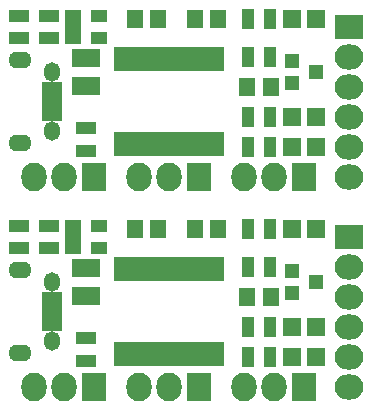
<source format=gts>
G04 #@! TF.FileFunction,Soldermask,Top*
%FSLAX46Y46*%
G04 Gerber Fmt 4.6, Leading zero omitted, Abs format (unit mm)*
G04 Created by KiCad (PCBNEW 4.0.0-stable) date Monday, June 13, 2016 'PMt' 12:16:50 PM*
%MOMM*%
G01*
G04 APERTURE LIST*
%ADD10C,0.100000*%
%ADD11R,2.432000X2.127200*%
%ADD12O,2.432000X2.127200*%
%ADD13R,2.127200X2.432000*%
%ADD14O,2.127200X2.432000*%
%ADD15R,1.598880X1.598880*%
%ADD16R,1.200100X1.200100*%
%ADD17R,1.400000X1.650000*%
%ADD18R,0.850000X2.150000*%
%ADD19R,1.100000X1.700000*%
%ADD20R,1.460000X1.050000*%
%ADD21R,1.700000X1.100000*%
%ADD22R,1.750000X0.800000*%
%ADD23O,1.350000X1.650000*%
%ADD24O,1.950000X1.400000*%
%ADD25R,2.429460X1.540460*%
G04 APERTURE END LIST*
D10*
D11*
X29210000Y32385000D03*
D12*
X29210000Y29845000D03*
X29210000Y27305000D03*
X29210000Y24765000D03*
X29210000Y22225000D03*
X29210000Y19685000D03*
D13*
X25400000Y19685000D03*
D14*
X22860000Y19685000D03*
X20320000Y19685000D03*
D13*
X16510000Y19685000D03*
D14*
X13970000Y19685000D03*
X11430000Y19685000D03*
D13*
X7620000Y19685000D03*
D14*
X5080000Y19685000D03*
X2540000Y19685000D03*
D15*
X26449020Y33020000D03*
X24350980Y33020000D03*
D16*
X24399240Y29525000D03*
X24399240Y27625000D03*
X26398220Y28575000D03*
D15*
X26449020Y22225000D03*
X24350980Y22225000D03*
X26449020Y24765000D03*
X24350980Y24765000D03*
D17*
X18145000Y33020000D03*
X16145000Y33020000D03*
D18*
X18195000Y29635000D03*
X17545000Y29635000D03*
X16895000Y29635000D03*
X16245000Y29635000D03*
X15595000Y29635000D03*
X14945000Y29635000D03*
X14295000Y29635000D03*
X13645000Y29635000D03*
X12995000Y29635000D03*
X12345000Y29635000D03*
X11695000Y29635000D03*
X11045000Y29635000D03*
X10395000Y29635000D03*
X9745000Y29635000D03*
X9745000Y22435000D03*
X10395000Y22435000D03*
X11045000Y22435000D03*
X11695000Y22435000D03*
X12345000Y22435000D03*
X12995000Y22435000D03*
X13645000Y22435000D03*
X14295000Y22435000D03*
X14945000Y22435000D03*
X15595000Y22435000D03*
X16245000Y22435000D03*
X16895000Y22435000D03*
X17545000Y22435000D03*
X18195000Y22435000D03*
D19*
X20640000Y33020000D03*
X22540000Y33020000D03*
X20640000Y22225000D03*
X22540000Y22225000D03*
X20640000Y29845000D03*
X22540000Y29845000D03*
X20640000Y24765000D03*
X22540000Y24765000D03*
D17*
X20590000Y27305000D03*
X22590000Y27305000D03*
X11065000Y33020000D03*
X13065000Y33020000D03*
D20*
X5885000Y33335000D03*
X5885000Y32385000D03*
X5885000Y31435000D03*
X8085000Y31435000D03*
X8085000Y33335000D03*
D21*
X1270000Y31435000D03*
X1270000Y33335000D03*
D22*
X4102540Y27335900D03*
X4102540Y26685900D03*
X4102540Y26035900D03*
X4102540Y25385900D03*
X4102540Y24735900D03*
D23*
X4102540Y28535900D03*
X4102540Y23535900D03*
D24*
X1402540Y29535900D03*
X1402540Y22535900D03*
D25*
X6985000Y27371040D03*
X6985000Y29778960D03*
D21*
X3810000Y31435000D03*
X3810000Y33335000D03*
X6985000Y21910000D03*
X6985000Y23810000D03*
D17*
X20590000Y9525000D03*
X22590000Y9525000D03*
D15*
X26449020Y6985000D03*
X24350980Y6985000D03*
X26449020Y4445000D03*
X24350980Y4445000D03*
D25*
X6985000Y9591040D03*
X6985000Y11998960D03*
D22*
X4102540Y9555900D03*
X4102540Y8905900D03*
X4102540Y8255900D03*
X4102540Y7605900D03*
X4102540Y6955900D03*
D23*
X4102540Y10755900D03*
X4102540Y5755900D03*
D24*
X1402540Y11755900D03*
X1402540Y4755900D03*
D13*
X16510000Y1905000D03*
D14*
X13970000Y1905000D03*
X11430000Y1905000D03*
D13*
X7620000Y1905000D03*
D14*
X5080000Y1905000D03*
X2540000Y1905000D03*
D11*
X29210000Y14605000D03*
D12*
X29210000Y12065000D03*
X29210000Y9525000D03*
X29210000Y6985000D03*
X29210000Y4445000D03*
X29210000Y1905000D03*
D13*
X25400000Y1905000D03*
D14*
X22860000Y1905000D03*
X20320000Y1905000D03*
D16*
X24399240Y11745000D03*
X24399240Y9845000D03*
X26398220Y10795000D03*
D21*
X3810000Y13655000D03*
X3810000Y15555000D03*
X6985000Y4130000D03*
X6985000Y6030000D03*
X1270000Y13655000D03*
X1270000Y15555000D03*
D19*
X20640000Y12065000D03*
X22540000Y12065000D03*
X20640000Y6985000D03*
X22540000Y6985000D03*
X20640000Y4445000D03*
X22540000Y4445000D03*
D20*
X5885000Y15555000D03*
X5885000Y14605000D03*
X5885000Y13655000D03*
X8085000Y13655000D03*
X8085000Y15555000D03*
D18*
X18195000Y11855000D03*
X17545000Y11855000D03*
X16895000Y11855000D03*
X16245000Y11855000D03*
X15595000Y11855000D03*
X14945000Y11855000D03*
X14295000Y11855000D03*
X13645000Y11855000D03*
X12995000Y11855000D03*
X12345000Y11855000D03*
X11695000Y11855000D03*
X11045000Y11855000D03*
X10395000Y11855000D03*
X9745000Y11855000D03*
X9745000Y4655000D03*
X10395000Y4655000D03*
X11045000Y4655000D03*
X11695000Y4655000D03*
X12345000Y4655000D03*
X12995000Y4655000D03*
X13645000Y4655000D03*
X14295000Y4655000D03*
X14945000Y4655000D03*
X15595000Y4655000D03*
X16245000Y4655000D03*
X16895000Y4655000D03*
X17545000Y4655000D03*
X18195000Y4655000D03*
D17*
X11065000Y15240000D03*
X13065000Y15240000D03*
D15*
X26449020Y15240000D03*
X24350980Y15240000D03*
D19*
X20640000Y15240000D03*
X22540000Y15240000D03*
D17*
X18145000Y15240000D03*
X16145000Y15240000D03*
M02*

</source>
